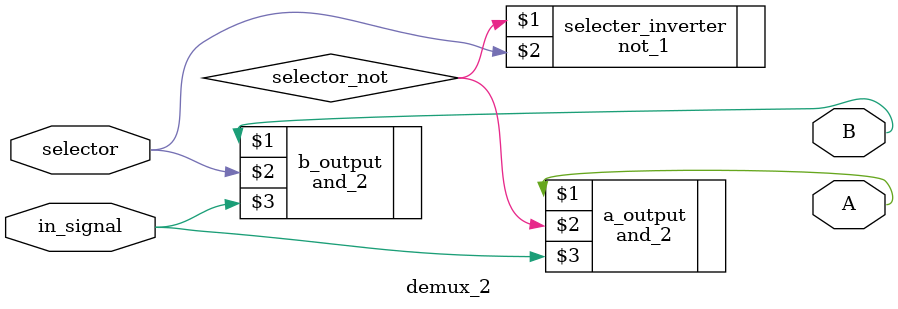
<source format=v>
module demux_2(output wire A, output wire B, input wire in_signal, input wire selector);
    wire selector_not;
    not_1 selecter_inverter(selector_not, selector);

    and_2 a_output(A, selector_not, in_signal);
    and_2 b_output(B, selector, in_signal);
endmodule

</source>
